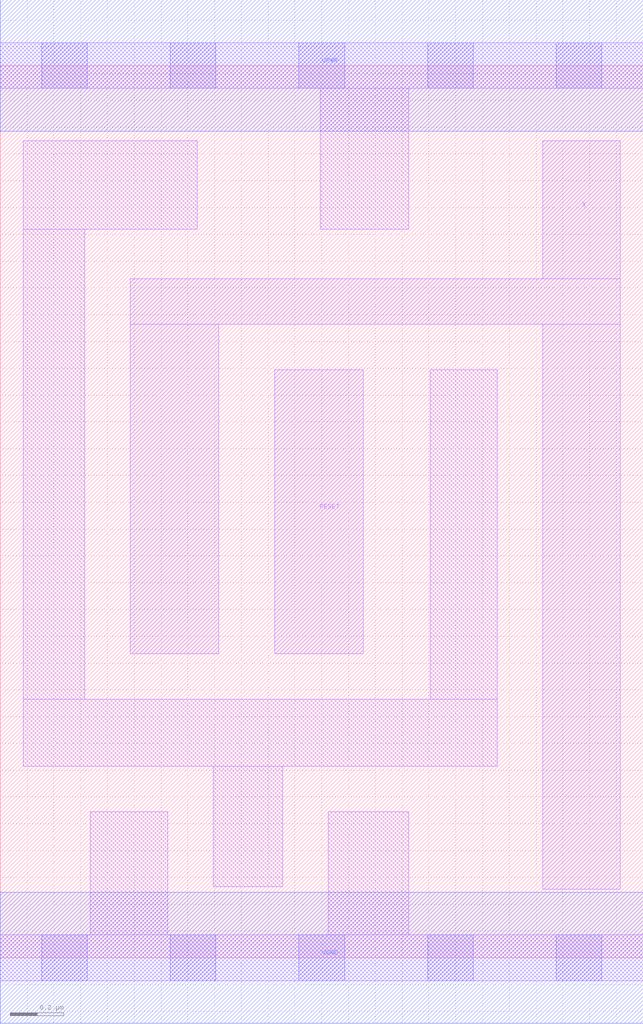
<source format=lef>
# Copyright 2020 The SkyWater PDK Authors
#
# Licensed under the Apache License, Version 2.0 (the "License");
# you may not use this file except in compliance with the License.
# You may obtain a copy of the License at
#
#     https://www.apache.org/licenses/LICENSE-2.0
#
# Unless required by applicable law or agreed to in writing, software
# distributed under the License is distributed on an "AS IS" BASIS,
# WITHOUT WARRANTIES OR CONDITIONS OF ANY KIND, either express or implied.
# See the License for the specific language governing permissions and
# limitations under the License.
#
# SPDX-License-Identifier: Apache-2.0

VERSION 5.7 ;
  NOWIREEXTENSIONATPIN ON ;
  DIVIDERCHAR "/" ;
  BUSBITCHARS "[]" ;
UNITS
  DATABASE MICRONS 200 ;
END UNITS
MACRO sky130_fd_sc_lp__bushold_1
  CLASS CORE ;
  FOREIGN sky130_fd_sc_lp__bushold_1 ;
  ORIGIN  0.000000  0.000000 ;
  SIZE  2.400000 BY  3.330000 ;
  SYMMETRY X Y ;
  SITE unit ;
  PIN RESET
    ANTENNAGATEAREA  0.126000 ;
    DIRECTION INPUT ;
    USE SIGNAL ;
    PORT
      LAYER li1 ;
        RECT 1.025000 1.135000 1.355000 2.195000 ;
    END
  END RESET
  PIN X
    ANTENNADIFFAREA  0.222600 ;
    ANTENNAGATEAREA  0.126000 ;
    DIRECTION INOUT ;
    USE SIGNAL ;
    PORT
      LAYER li1 ;
        RECT 0.485000 1.135000 0.815000 2.365000 ;
        RECT 0.485000 2.365000 2.315000 2.535000 ;
        RECT 2.025000 0.255000 2.315000 2.365000 ;
        RECT 2.025000 2.535000 2.315000 3.050000 ;
    END
  END X
  PIN VGND
    DIRECTION INOUT ;
    USE GROUND ;
    PORT
      LAYER met1 ;
        RECT 0.000000 -0.245000 2.400000 0.245000 ;
    END
  END VGND
  PIN VPWR
    DIRECTION INOUT ;
    USE POWER ;
    PORT
      LAYER met1 ;
        RECT 0.000000 3.085000 2.400000 3.575000 ;
    END
  END VPWR
  OBS
    LAYER li1 ;
      RECT 0.000000 -0.085000 2.400000 0.085000 ;
      RECT 0.000000  3.245000 2.400000 3.415000 ;
      RECT 0.085000  0.715000 1.855000 0.965000 ;
      RECT 0.085000  0.965000 0.315000 2.720000 ;
      RECT 0.085000  2.720000 0.735000 3.050000 ;
      RECT 0.335000  0.085000 0.625000 0.545000 ;
      RECT 0.795000  0.265000 1.055000 0.715000 ;
      RECT 1.195000  2.720000 1.525000 3.245000 ;
      RECT 1.225000  0.085000 1.525000 0.545000 ;
      RECT 1.605000  0.965000 1.855000 2.195000 ;
    LAYER mcon ;
      RECT 0.155000 -0.085000 0.325000 0.085000 ;
      RECT 0.155000  3.245000 0.325000 3.415000 ;
      RECT 0.635000 -0.085000 0.805000 0.085000 ;
      RECT 0.635000  3.245000 0.805000 3.415000 ;
      RECT 1.115000 -0.085000 1.285000 0.085000 ;
      RECT 1.115000  3.245000 1.285000 3.415000 ;
      RECT 1.595000 -0.085000 1.765000 0.085000 ;
      RECT 1.595000  3.245000 1.765000 3.415000 ;
      RECT 2.075000 -0.085000 2.245000 0.085000 ;
      RECT 2.075000  3.245000 2.245000 3.415000 ;
  END
END sky130_fd_sc_lp__bushold_1
END LIBRARY

</source>
